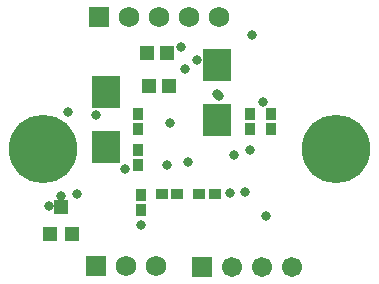
<source format=gbs>
%FSLAX23Y23*%
%MOIN*%
G70*
G01*
G75*
G04 Layer_Color=16711935*
G04 Layer_Color=16711935*
%ADD10R,0.028X0.035*%
%ADD11R,0.035X0.028*%
%ADD12R,0.043X0.039*%
%ADD13R,0.073X0.039*%
%ADD14O,0.150X0.079*%
%ADD15R,0.055X0.031*%
%ADD16R,0.057X0.022*%
%ADD17R,0.057X0.022*%
%ADD18R,0.035X0.017*%
%ADD19O,0.035X0.017*%
%ADD20R,0.040X0.012*%
%ADD21O,0.040X0.012*%
%ADD22C,0.009*%
%ADD23C,0.220*%
%ADD24C,0.059*%
%ADD25R,0.059X0.059*%
%ADD26C,0.060*%
%ADD27R,0.060X0.060*%
%ADD28C,0.024*%
%ADD29R,0.087X0.098*%
%ADD30R,0.087X0.098*%
%ADD31R,0.037X0.039*%
%ADD32C,0.004*%
%ADD33C,0.008*%
%ADD34C,0.010*%
%ADD35C,0.005*%
%ADD36C,0.006*%
%ADD37C,0.010*%
%ADD38R,0.036X0.043*%
%ADD39R,0.043X0.036*%
%ADD40R,0.051X0.047*%
%ADD41R,0.081X0.047*%
%ADD42O,0.158X0.087*%
%ADD43R,0.063X0.039*%
%ADD44R,0.065X0.030*%
%ADD45R,0.065X0.030*%
%ADD46R,0.043X0.025*%
%ADD47O,0.043X0.025*%
%ADD48R,0.048X0.020*%
%ADD49O,0.048X0.020*%
%ADD50C,0.228*%
%ADD51C,0.067*%
%ADD52R,0.067X0.067*%
%ADD53C,0.068*%
%ADD54R,0.068X0.068*%
%ADD55C,0.032*%
%ADD56R,0.095X0.106*%
%ADD57R,0.095X0.106*%
%ADD58R,0.045X0.047*%
D38*
X-164Y-206D02*
D03*
Y-154D02*
D03*
X-175Y-4D02*
D03*
Y-56D02*
D03*
Y116D02*
D03*
Y64D02*
D03*
X270D02*
D03*
Y116D02*
D03*
X200Y64D02*
D03*
Y116D02*
D03*
D39*
X81Y-150D02*
D03*
X30D02*
D03*
X-44D02*
D03*
X-95D02*
D03*
D40*
X-138Y210D02*
D03*
X-72D02*
D03*
X-143Y320D02*
D03*
X-77D02*
D03*
D50*
X-490Y0D02*
D03*
X485D02*
D03*
D51*
X340Y-395D02*
D03*
X240D02*
D03*
X140D02*
D03*
D52*
X40D02*
D03*
D53*
X-115Y-390D02*
D03*
X-215D02*
D03*
X95Y440D02*
D03*
X-5D02*
D03*
X-105D02*
D03*
X-205D02*
D03*
D54*
X-315Y-390D02*
D03*
X-305Y440D02*
D03*
D55*
X182Y-145D02*
D03*
X131Y-148D02*
D03*
X-471Y-190D02*
D03*
X205Y379D02*
D03*
X-377Y-152D02*
D03*
X-164Y-255D02*
D03*
X-77Y-54D02*
D03*
X147Y-20D02*
D03*
X-9Y-46D02*
D03*
X-313Y111D02*
D03*
X21Y296D02*
D03*
X-68Y85D02*
D03*
X243Y157D02*
D03*
X251Y-225D02*
D03*
X198Y-4D02*
D03*
X-408Y122D02*
D03*
X-31Y339D02*
D03*
X95Y174D02*
D03*
X88Y181D02*
D03*
X-430Y-158D02*
D03*
X-218Y-69D02*
D03*
X-18Y265D02*
D03*
D56*
X-280Y190D02*
D03*
X90Y280D02*
D03*
D57*
X-280Y5D02*
D03*
X90Y95D02*
D03*
D58*
X-430Y-196D02*
D03*
X-467Y-284D02*
D03*
X-393D02*
D03*
M02*

</source>
